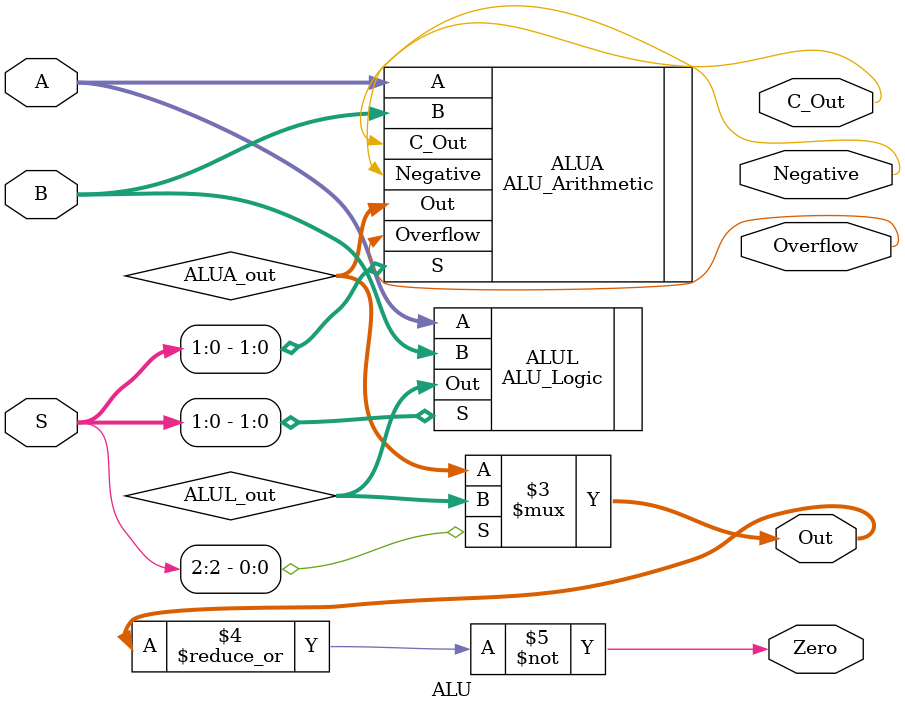
<source format=v>
module ALU (
	input [7:0] A,
	input [7:0] B,
	input [2:0] S, //Esta es de 3

	output reg [7:0] Out,// ALUA/ALUL 
	output Zero, 		// ALUA/ALUL
	output C_Out,		// ALUA
	output Overflow,	// ALUA
	output Negative		// ALUA 
);

wire [7:0] ALUL_out;
wire [7:0] ALUA_out; 

ALU_Logic ALUL (
	.A(A),
	.B(B),
	.S(S[1:0]), //Sólo los últimos dos bits del selector
	
	.Out(ALUL_out)
);

ALU_Arithmetic ALUA (
	.A(A),
	.B(B),
	.S(S[1:0]),
	
	.Overflow(Overflow),
	.C_Out(C_Out),
	.Negative(Negative),
	.Out(ALUA_out)
	
);



always @(*)
	begin
		//El out depende del primer bit del S
		Out = (S[2] == 1'b0) ? ALUA_out :  ALUL_out;
	end	

assign Zero = ~(|Out); //Ecuación para saber si es cero 		
	
	

endmodule

</source>
